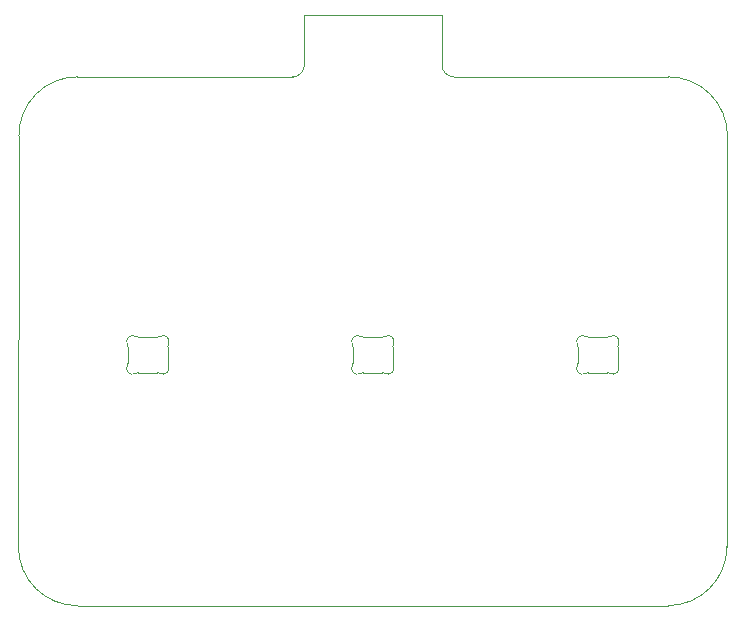
<source format=gbr>
%TF.GenerationSoftware,KiCad,Pcbnew,(6.0.5)*%
%TF.CreationDate,2022-05-27T15:03:32+08:00*%
%TF.ProjectId,RP2040-3k,52503230-3430-42d3-936b-2e6b69636164,rev?*%
%TF.SameCoordinates,Original*%
%TF.FileFunction,Profile,NP*%
%FSLAX46Y46*%
G04 Gerber Fmt 4.6, Leading zero omitted, Abs format (unit mm)*
G04 Created by KiCad (PCBNEW (6.0.5)) date 2022-05-27 15:03:32*
%MOMM*%
%LPD*%
G01*
G04 APERTURE LIST*
%TA.AperFunction,Profile*%
%ADD10C,0.100000*%
%TD*%
G04 APERTURE END LIST*
D10*
X89150000Y-35530000D02*
X77500000Y-35530000D01*
X58280000Y-40749949D02*
G75*
G03*
X53330000Y-45749528I9600J-4959751D01*
G01*
X89149979Y-39742893D02*
G75*
G03*
X90147107Y-40750000I1004221J-2907D01*
G01*
X53285000Y-80550000D02*
X53330000Y-45749528D01*
X76500000Y-40750000D02*
X58280000Y-40750000D01*
X90147107Y-40750000D02*
X108330000Y-40750000D01*
X77500000Y-35530000D02*
X77500000Y-39750000D01*
X53285024Y-80550000D02*
G75*
G03*
X58295000Y-85520000I4980476J10400D01*
G01*
X76500000Y-40750000D02*
G75*
G03*
X77500000Y-39750000I0J1000000D01*
G01*
X113320000Y-45740000D02*
X113276537Y-80520000D01*
X113320000Y-45740000D02*
G75*
G03*
X108330000Y-40750000I-4990000J0D01*
G01*
X108285000Y-85520002D02*
G75*
G03*
X113276537Y-80520000I-6930J4998462D01*
G01*
X89150000Y-35530000D02*
X89150000Y-39742893D01*
X108285000Y-85520000D02*
X58295000Y-85520000D01*
%TO.C,LED3*%
X62550376Y-63587159D02*
X62550376Y-64992843D01*
X63455923Y-65790000D02*
X65044828Y-65790000D01*
X65044827Y-62790001D02*
X63455923Y-62790001D01*
X65950374Y-64992843D02*
X65950374Y-63587159D01*
X62550366Y-63587158D02*
G75*
G03*
X62500891Y-63370281I-499391J158D01*
G01*
X62500893Y-65209722D02*
G75*
G03*
X62550376Y-64992843I-450548J216882D01*
G01*
X65999859Y-63370281D02*
G75*
G03*
X65950374Y-63587159I450505J-216876D01*
G01*
X62500891Y-65209721D02*
G75*
G03*
X63203664Y-65858300I450514J-216879D01*
G01*
X63203665Y-62721703D02*
G75*
G03*
X63455923Y-62790001I252260J431713D01*
G01*
X65999858Y-63370282D02*
G75*
G03*
X65297086Y-62721702I-450513J216880D01*
G01*
X63455922Y-65790001D02*
G75*
G03*
X63203664Y-65858300I3J-500009D01*
G01*
X65044827Y-62790001D02*
G75*
G03*
X65297086Y-62721702I-2J500009D01*
G01*
X65297086Y-65858299D02*
G75*
G03*
X65044828Y-65790000I-252261J-431710D01*
G01*
X65950374Y-64992844D02*
G75*
G03*
X65999859Y-65209721I499990J-1D01*
G01*
X63203664Y-62721704D02*
G75*
G03*
X62500891Y-63370281I-252258J-431700D01*
G01*
X65297085Y-65858300D02*
G75*
G03*
X65999859Y-65209721I252259J431701D01*
G01*
%TO.C,LED2*%
X85000374Y-64992843D02*
X85000374Y-63587159D01*
X81600376Y-63587159D02*
X81600376Y-64992843D01*
X84094827Y-62790001D02*
X82505923Y-62790001D01*
X82505923Y-65790000D02*
X84094828Y-65790000D01*
X81600366Y-63587158D02*
G75*
G03*
X81550891Y-63370281I-499391J158D01*
G01*
X85049859Y-63370281D02*
G75*
G03*
X85000374Y-63587159I450505J-216876D01*
G01*
X84347085Y-65858300D02*
G75*
G03*
X85049859Y-65209721I252259J431701D01*
G01*
X84347086Y-65858299D02*
G75*
G03*
X84094828Y-65790000I-252261J-431710D01*
G01*
X81550891Y-65209721D02*
G75*
G03*
X82253664Y-65858300I450514J-216879D01*
G01*
X82505922Y-65790001D02*
G75*
G03*
X82253664Y-65858300I3J-500009D01*
G01*
X84094827Y-62790001D02*
G75*
G03*
X84347086Y-62721702I-2J500009D01*
G01*
X82253665Y-62721703D02*
G75*
G03*
X82505923Y-62790001I252260J431713D01*
G01*
X82253664Y-62721704D02*
G75*
G03*
X81550891Y-63370281I-252258J-431700D01*
G01*
X81550893Y-65209722D02*
G75*
G03*
X81600376Y-64992843I-450548J216882D01*
G01*
X85000374Y-64992844D02*
G75*
G03*
X85049859Y-65209721I499990J-1D01*
G01*
X85049858Y-63370282D02*
G75*
G03*
X84347086Y-62721702I-450513J216880D01*
G01*
%TO.C,LED1*%
X103144827Y-62790001D02*
X101555923Y-62790001D01*
X100650376Y-63587159D02*
X100650376Y-64992843D01*
X104050374Y-64992843D02*
X104050374Y-63587159D01*
X101555923Y-65790000D02*
X103144828Y-65790000D01*
X104099859Y-63370281D02*
G75*
G03*
X104050374Y-63587159I450505J-216876D01*
G01*
X100600891Y-65209721D02*
G75*
G03*
X101303664Y-65858300I450514J-216879D01*
G01*
X103397086Y-65858299D02*
G75*
G03*
X103144828Y-65790000I-252261J-431710D01*
G01*
X104099858Y-63370282D02*
G75*
G03*
X103397086Y-62721702I-450513J216880D01*
G01*
X100600893Y-65209722D02*
G75*
G03*
X100650376Y-64992843I-450548J216882D01*
G01*
X101303664Y-62721704D02*
G75*
G03*
X100600891Y-63370281I-252258J-431700D01*
G01*
X103144827Y-62790001D02*
G75*
G03*
X103397086Y-62721702I-2J500009D01*
G01*
X104050374Y-64992844D02*
G75*
G03*
X104099859Y-65209721I499990J-1D01*
G01*
X101555922Y-65790001D02*
G75*
G03*
X101303664Y-65858300I3J-500009D01*
G01*
X100650366Y-63587158D02*
G75*
G03*
X100600891Y-63370281I-499391J158D01*
G01*
X101303665Y-62721703D02*
G75*
G03*
X101555923Y-62790001I252260J431713D01*
G01*
X103397085Y-65858300D02*
G75*
G03*
X104099859Y-65209721I252259J431701D01*
G01*
%TD*%
M02*

</source>
